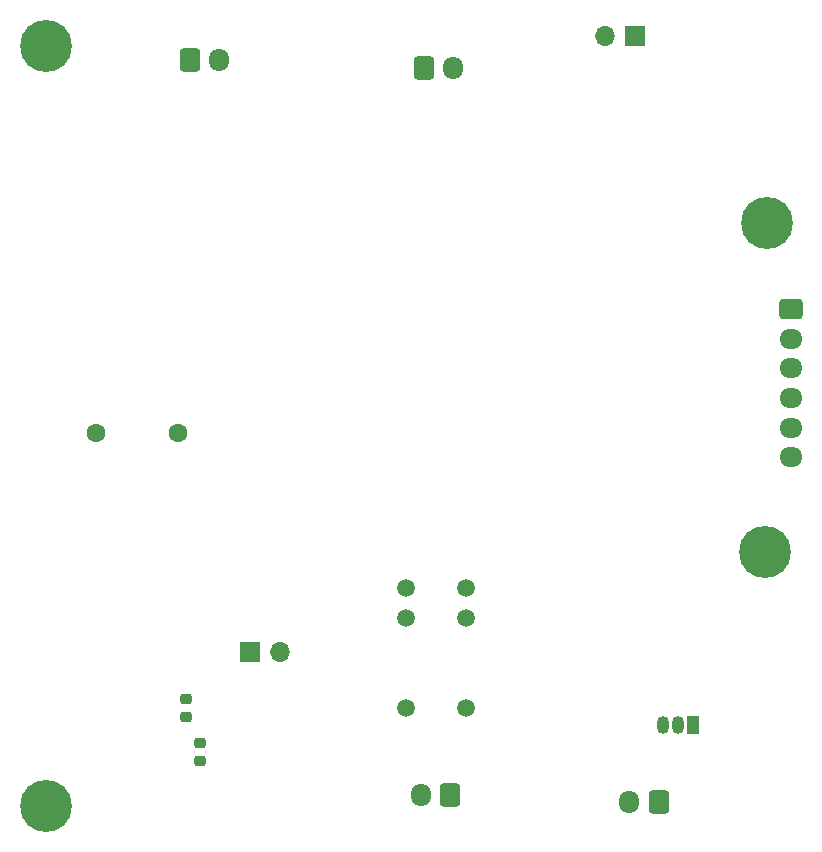
<source format=gbs>
%TF.GenerationSoftware,KiCad,Pcbnew,8.0.5*%
%TF.CreationDate,2025-03-29T03:18:47+03:00*%
%TF.ProjectId,PCB_FINAL_UPDATED,5043425f-4649-44e4-914c-5f5550444154,rev?*%
%TF.SameCoordinates,Original*%
%TF.FileFunction,Soldermask,Bot*%
%TF.FilePolarity,Negative*%
%FSLAX46Y46*%
G04 Gerber Fmt 4.6, Leading zero omitted, Abs format (unit mm)*
G04 Created by KiCad (PCBNEW 8.0.5) date 2025-03-29 03:18:47*
%MOMM*%
%LPD*%
G01*
G04 APERTURE LIST*
G04 Aperture macros list*
%AMRoundRect*
0 Rectangle with rounded corners*
0 $1 Rounding radius*
0 $2 $3 $4 $5 $6 $7 $8 $9 X,Y pos of 4 corners*
0 Add a 4 corners polygon primitive as box body*
4,1,4,$2,$3,$4,$5,$6,$7,$8,$9,$2,$3,0*
0 Add four circle primitives for the rounded corners*
1,1,$1+$1,$2,$3*
1,1,$1+$1,$4,$5*
1,1,$1+$1,$6,$7*
1,1,$1+$1,$8,$9*
0 Add four rect primitives between the rounded corners*
20,1,$1+$1,$2,$3,$4,$5,0*
20,1,$1+$1,$4,$5,$6,$7,0*
20,1,$1+$1,$6,$7,$8,$9,0*
20,1,$1+$1,$8,$9,$2,$3,0*%
G04 Aperture macros list end*
%ADD10C,0.700000*%
%ADD11C,4.400000*%
%ADD12RoundRect,0.250000X-0.600000X-0.725000X0.600000X-0.725000X0.600000X0.725000X-0.600000X0.725000X0*%
%ADD13O,1.700000X1.950000*%
%ADD14RoundRect,0.250000X0.600000X0.725000X-0.600000X0.725000X-0.600000X-0.725000X0.600000X-0.725000X0*%
%ADD15R,1.700000X1.700000*%
%ADD16O,1.700000X1.700000*%
%ADD17R,1.050000X1.500000*%
%ADD18O,1.050000X1.500000*%
%ADD19C,1.600000*%
%ADD20RoundRect,0.250000X-0.725000X0.600000X-0.725000X-0.600000X0.725000X-0.600000X0.725000X0.600000X0*%
%ADD21O,1.950000X1.700000*%
%ADD22C,1.498600*%
%ADD23RoundRect,0.225000X-0.250000X0.225000X-0.250000X-0.225000X0.250000X-0.225000X0.250000X0.225000X0*%
%ADD24RoundRect,0.225000X0.250000X-0.225000X0.250000X0.225000X-0.250000X0.225000X-0.250000X-0.225000X0*%
G04 APERTURE END LIST*
D10*
%TO.C,H2*%
X35150000Y-116300000D03*
X35633274Y-115133274D03*
X35633274Y-117466726D03*
X36800000Y-114650000D03*
D11*
X36800000Y-116300000D03*
D10*
X36800000Y-117950000D03*
X37966726Y-115133274D03*
X37966726Y-117466726D03*
X38450000Y-116300000D03*
%TD*%
%TO.C,H3*%
X96250000Y-66950000D03*
X96733274Y-65783274D03*
X96733274Y-68116726D03*
X97900000Y-65300000D03*
D11*
X97900000Y-66950000D03*
D10*
X97900000Y-68600000D03*
X99066726Y-65783274D03*
X99066726Y-68116726D03*
X99550000Y-66950000D03*
%TD*%
D12*
%TO.C,J5*%
X68797800Y-53822600D03*
D13*
X71297800Y-53822600D03*
%TD*%
D10*
%TO.C,H4*%
X96050000Y-94800000D03*
X96533274Y-93633274D03*
X96533274Y-95966726D03*
X97700000Y-93150000D03*
D11*
X97700000Y-94800000D03*
D10*
X97700000Y-96450000D03*
X98866726Y-93633274D03*
X98866726Y-95966726D03*
X99350000Y-94800000D03*
%TD*%
D14*
%TO.C,J6*%
X71054600Y-115390000D03*
D13*
X68554600Y-115390000D03*
%TD*%
D15*
%TO.C,J7*%
X54135000Y-103250000D03*
D16*
X56675000Y-103250000D03*
%TD*%
D15*
%TO.C,J8*%
X86720600Y-51115200D03*
D16*
X84180600Y-51115200D03*
%TD*%
D17*
%TO.C,Q1*%
X91627600Y-109491000D03*
D18*
X90357600Y-109491000D03*
X89087600Y-109491000D03*
%TD*%
D12*
%TO.C,J1*%
X49025000Y-53150000D03*
D13*
X51525000Y-53150000D03*
%TD*%
D14*
%TO.C,J4*%
X88707600Y-115951000D03*
D13*
X86207600Y-115951000D03*
%TD*%
D19*
%TO.C,J3*%
X41053500Y-84768500D03*
X48053500Y-84768500D03*
%TD*%
D20*
%TO.C,J2*%
X99949000Y-74277200D03*
D21*
X99949000Y-76777200D03*
X99949000Y-79277200D03*
X99949000Y-81777200D03*
X99949000Y-84277200D03*
X99949000Y-86777200D03*
%TD*%
D10*
%TO.C,H1*%
X35200000Y-52000000D03*
X35683274Y-50833274D03*
X35683274Y-53166726D03*
X36850000Y-50350000D03*
D11*
X36850000Y-52000000D03*
D10*
X36850000Y-53650000D03*
X38016726Y-50833274D03*
X38016726Y-53166726D03*
X38500000Y-52000000D03*
%TD*%
D22*
%TO.C,K1*%
X67335400Y-97891600D03*
X67335400Y-100431600D03*
X67335400Y-108051600D03*
X72415400Y-108051600D03*
X72415400Y-100431600D03*
X72415400Y-97891600D03*
%TD*%
D23*
%TO.C,C11*%
X49850000Y-110950000D03*
X49850000Y-112500000D03*
%TD*%
D24*
%TO.C,C12*%
X48700000Y-108825000D03*
X48700000Y-107275000D03*
%TD*%
M02*

</source>
